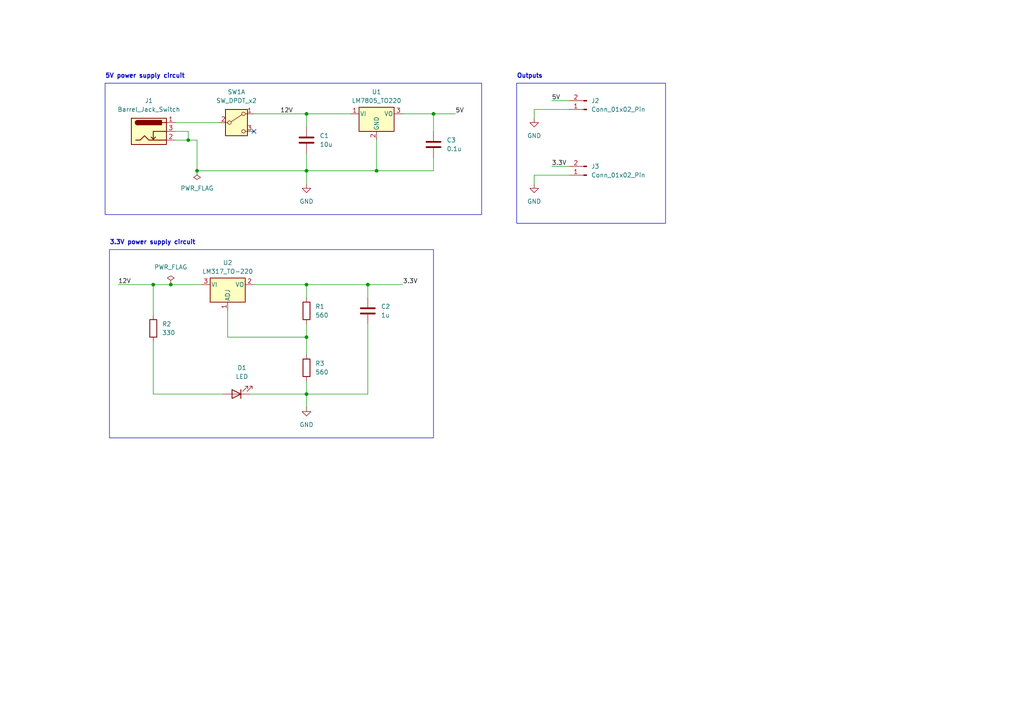
<source format=kicad_sch>
(kicad_sch (version 20230121) (generator eeschema)
  (paper "A4")
  (title_block (title "Power Supply") (date "2024-02-03") (rev "1") (company "Salman Kabir") (comment 1 "Input Volts = 12V") (comment 2 "Output Voltage = 3.3V & 5V"))
  (lib_symbols
    (symbol "Connector:Barrel_Jack_Switch" (pin_names hide)
      (property "Reference" "J" (at 0 5.334 0))
      (property "Value" "Barrel_Jack_Switch" (at 0 -5.08 0))
      (symbol "Barrel_Jack_Switch_0_1"
        (rectangle (start -5.08 3.81) (end 5.08 -3.81) (stroke (width 0.254)) (fill (type background)))
        (arc (start -3.302 3.175) (mid -3.9343 2.54) (end -3.302 1.905) (stroke (width 0.254)))
        (arc (start -3.302 3.175) (mid -3.9343 2.54) (end -3.302 1.905) (stroke (width 0.254)) (fill (type outline)))
        (polyline (pts (xy 1.27 -2.286) (xy 1.905 -1.651)) (stroke (width 0.254)))
        (polyline (pts (xy 5.08 2.54) (xy 3.81 2.54)) (stroke (width 0.254)))
        (polyline (pts (xy 5.08 0) (xy 1.27 0) (xy 1.27 -2.286) (xy 0.635 -1.651)) (stroke (width 0.254)))
        (polyline (pts (xy -3.81 -2.54) (xy -2.54 -2.54) (xy -1.27 -1.27) (xy 0 -2.54) (xy 2.54 -2.54) (xy 5.08 -2.54)) (stroke (width 0.254)))
        (rectangle (start 3.683 3.175) (end -3.302 1.905) (stroke (width 0.254)) (fill (type outline)))
      )
      (symbol "Barrel_Jack_Switch_1_1"
        (pin passive line (at 7.62 2.54 180) (length 2.54) (name "~") (number "1"))
        (pin passive line (at 7.62 -2.54 180) (length 2.54) (name "~") (number "2"))
        (pin passive line (at 7.62 0 180) (length 2.54) (name "~") (number "3"))
      )
    )
    (symbol "Connector:Conn_01x02_Pin" (pin_names (offset 1.016) hide)
      (property "Reference" "J" (at 0 2.54 0))
      (property "Value" "Conn_01x02_Pin" (at 0 -5.08 0))
      (symbol "Conn_01x02_Pin_1_1"
        (polyline (pts (xy 1.27 -2.54) (xy 0.8636 -2.54)) (stroke (width 0.1524)))
        (polyline (pts (xy 1.27 0) (xy 0.8636 0)) (stroke (width 0.1524)))
        (rectangle (start 0.8636 -2.413) (end 0 -2.667) (stroke (width 0.1524)) (fill (type outline)))
        (rectangle (start 0.8636 0.127) (end 0 -0.127) (stroke (width 0.1524)) (fill (type outline)))
        (pin passive line (at 5.08 0 180) (length 3.81) (name "Pin_1") (number "1"))
        (pin passive line (at 5.08 -2.54 180) (length 3.81) (name "Pin_2") (number "2"))
      )
    )
    (symbol "Device:C" (pin_numbers hide) (pin_names (offset 0.254))
      (property "Reference" "C" (at 0.635 2.54 0))
      (property "Value" "C" (at 0.635 -2.54 0))
      (symbol "C_0_1"
        (polyline (pts (xy -2.032 -0.762) (xy 2.032 -0.762)) (stroke (width 0.508)))
        (polyline (pts (xy -2.032 0.762) (xy 2.032 0.762)) (stroke (width 0.508)))
      )
      (symbol "C_1_1"
        (pin passive line (at 0 3.81 270) (length 2.794) (name "~") (number "1"))
        (pin passive line (at 0 -3.81 90) (length 2.794) (name "~") (number "2"))
      )
    )
    (symbol "Device:LED" (pin_numbers hide) (pin_names (offset 1.016) hide)
      (property "Reference" "D" (at 0 2.54 0))
      (property "Value" "LED" (at 0 -2.54 0))
      (symbol "LED_0_1"
        (polyline (pts (xy -1.27 -1.27) (xy -1.27 1.27)) (stroke (width 0.254)))
        (polyline (pts (xy -1.27 0) (xy 1.27 0)))
        (polyline (pts (xy 1.27 -1.27) (xy 1.27 1.27) (xy -1.27 0) (xy 1.27 -1.27)) (stroke (width 0.254)))
        (polyline (pts (xy -3.048 -0.762) (xy -4.572 -2.286) (xy -3.81 -2.286) (xy -4.572 -2.286) (xy -4.572 -1.524)))
        (polyline (pts (xy -1.778 -0.762) (xy -3.302 -2.286) (xy -2.54 -2.286) (xy -3.302 -2.286) (xy -3.302 -1.524)))
      )
      (symbol "LED_1_1"
        (pin passive line (at -3.81 0 0) (length 2.54) (name "K") (number "1"))
        (pin passive line (at 3.81 0 180) (length 2.54) (name "A") (number "2"))
      )
    )
    (symbol "Device:R" (pin_numbers hide) (pin_names (offset 0))
      (property "Reference" "R" (at 2.032 0 90))
      (property "Value" "R" (at 0 0 90))
      (symbol "R_0_1"
        (rectangle (start -1.016 -2.54) (end 1.016 2.54) (stroke (width 0.254)))
      )
      (symbol "R_1_1"
        (pin passive line (at 0 3.81 270) (length 1.27) (name "~") (number "1"))
        (pin passive line (at 0 -3.81 90) (length 1.27) (name "~") (number "2"))
      )
    )
    (symbol "Regulator_Linear:LM317_TO-220" (pin_names (offset 0.254))
      (property "Reference" "U" (at -3.81 3.175 0))
      (property "Value" "LM317_TO-220" (at 0 3.175 0))
      (symbol "LM317_TO-220_0_1"
        (rectangle (start -5.08 1.905) (end 5.08 -5.08) (stroke (width 0.254)) (fill (type background)))
      )
      (symbol "LM317_TO-220_1_1"
        (pin input line (at 0 -7.62 90) (length 2.54) (name "ADJ") (number "1"))
        (pin power_out line (at 7.62 0 180) (length 2.54) (name "VO") (number "2"))
        (pin power_in line (at -7.62 0 0) (length 2.54) (name "VI") (number "3"))
      )
    )
    (symbol "Regulator_Linear:LM7805_TO220" (pin_names (offset 0.254))
      (property "Reference" "U" (at -3.81 3.175 0))
      (property "Value" "LM7805_TO220" (at 0 3.175 0))
      (symbol "LM7805_TO220_0_1"
        (rectangle (start -5.08 1.905) (end 5.08 -5.08) (stroke (width 0.254)) (fill (type background)))
      )
      (symbol "LM7805_TO220_1_1"
        (pin power_in line (at -7.62 0 0) (length 2.54) (name "VI") (number "1"))
        (pin power_in line (at 0 -7.62 90) (length 2.54) (name "GND") (number "2"))
        (pin power_out line (at 7.62 0 180) (length 2.54) (name "VO") (number "3"))
      )
    )
    (symbol "Switch:SW_DPDT_x2" (pin_names (offset 0) hide)
      (property "Reference" "SW" (at 0 5.08 0))
      (property "Value" "SW_DPDT_x2" (at 0 -5.08 0))
      (symbol "SW_DPDT_x2_0_0"
        (circle (center -2.032 0) (radius 0.508))
        (circle (center 2.032 -2.54) (radius 0.508))
      )
      (symbol "SW_DPDT_x2_0_1"
        (rectangle (start -3.175 3.81) (end 3.175 -3.81) (stroke (width 0.254)) (fill (type background)))
        (polyline (pts (xy -1.524 0.254) (xy 1.5748 2.286)))
        (circle (center 2.032 2.54) (radius 0.508))
      )
      (symbol "SW_DPDT_x2_1_1"
        (pin passive line (at 5.08 2.54 180) (length 2.54) (name "A") (number "1"))
        (pin passive line (at -5.08 0 0) (length 2.54) (name "B") (number "2"))
        (pin passive line (at 5.08 -2.54 180) (length 2.54) (name "C") (number "3"))
      )
      (symbol "SW_DPDT_x2_2_1"
        (pin passive line (at 5.08 2.54 180) (length 2.54) (name "A") (number "4"))
        (pin passive line (at -5.08 0 0) (length 2.54) (name "B") (number "5"))
        (pin passive line (at 5.08 -2.54 180) (length 2.54) (name "C") (number "6"))
      )
    )
    (symbol "power:GND" (power) (pin_names (offset 0))
      (property "Value" "GND" (at 0 -3.81 0))
      (symbol "GND_0_1"
        (polyline (pts (xy 0 0) (xy 0 -1.27) (xy 1.27 -1.27) (xy 0 -2.54) (xy -1.27 -1.27) (xy 0 -1.27)))
      )
      (symbol "GND_1_1"
        (pin power_in line (at 0 0 270) (length 0) hide (name "GND") (number "1"))
      )
    )
    (symbol "power:PWR_FLAG" (power) (pin_numbers hide) (pin_names (offset 0) hide)
      (property "Value" "PWR_FLAG" (at 0 3.81 0))
      (symbol "PWR_FLAG_0_0"
        (pin power_out line (at 0 0 90) (length 0) (name "pwr") (number "1"))
      )
      (symbol "PWR_FLAG_0_1"
        (polyline (pts (xy 0 0) (xy 0 1.27) (xy -1.016 1.905) (xy 0 2.54) (xy 1.016 1.905) (xy 0 1.27)))
      )
    )
  )
  (junction (at 88.9 97.79))
  (junction (at 88.9 114.3))
  (junction (at 54.61 40.64))
  (junction (at 44.45 82.55))
  (junction (at 88.9 49.53))
  (junction (at 106.68 82.55))
  (junction (at 88.9 82.55))
  (junction (at 88.9 33.02))
  (junction (at 125.73 33.02))
  (junction (at 49.53 82.55))
  (junction (at 109.22 49.53))
  (junction (at 57.15 49.53))
  (no_connect (at 73.66 38.1))
  (wire (pts (xy 54.61 38.1) (xy 54.61 40.64)))
  (wire (pts (xy 109.22 40.64) (xy 109.22 49.53)))
  (wire (pts (xy 106.68 114.3) (xy 88.9 114.3)))
  (wire (pts (xy 73.66 33.02) (xy 88.9 33.02)))
  (wire (pts (xy 88.9 93.98) (xy 88.9 97.79)))
  (wire (pts (xy 57.15 40.64) (xy 57.15 49.53)))
  (wire (pts (xy 106.68 93.98) (xy 106.68 114.3)))
  (wire (pts (xy 50.8 35.56) (xy 63.5 35.56)))
  (wire (pts (xy 125.73 45.72) (xy 125.73 49.53)))
  (wire (pts (xy 154.94 50.8) (xy 154.94 53.34)))
  (wire (pts (xy 44.45 114.3) (xy 64.77 114.3)))
  (wire (pts (xy 88.9 33.02) (xy 101.6 33.02)))
  (wire (pts (xy 125.73 33.02) (xy 132.08 33.02)))
  (wire (pts (xy 106.68 82.55) (xy 106.68 86.36)))
  (wire (pts (xy 88.9 44.45) (xy 88.9 49.53)))
  (wire (pts (xy 106.68 82.55) (xy 116.84 82.55)))
  (wire (pts (xy 44.45 99.06) (xy 44.45 114.3)))
  (wire (pts (xy 66.04 97.79) (xy 88.9 97.79)))
  (wire (pts (xy 165.1 50.8) (xy 154.94 50.8)))
  (wire (pts (xy 72.39 114.3) (xy 88.9 114.3)))
  (wire (pts (xy 88.9 49.53) (xy 109.22 49.53)))
  (wire (pts (xy 125.73 38.1) (xy 125.73 33.02)))
  (wire (pts (xy 54.61 40.64) (xy 57.15 40.64)))
  (wire (pts (xy 88.9 49.53) (xy 88.9 53.34)))
  (wire (pts (xy 88.9 114.3) (xy 88.9 110.49)))
  (wire (pts (xy 88.9 114.3) (xy 88.9 118.11)))
  (wire (pts (xy 154.94 31.75) (xy 154.94 34.29)))
  (wire (pts (xy 109.22 49.53) (xy 125.73 49.53)))
  (wire (pts (xy 50.8 40.64) (xy 54.61 40.64)))
  (wire (pts (xy 44.45 82.55) (xy 44.45 91.44)))
  (wire (pts (xy 73.66 82.55) (xy 88.9 82.55)))
  (wire (pts (xy 49.53 82.55) (xy 44.45 82.55)))
  (wire (pts (xy 160.02 29.21) (xy 165.1 29.21)))
  (wire (pts (xy 66.04 90.17) (xy 66.04 97.79)))
  (wire (pts (xy 34.29 82.55) (xy 44.45 82.55)))
  (wire (pts (xy 88.9 33.02) (xy 88.9 36.83)))
  (wire (pts (xy 88.9 97.79) (xy 88.9 102.87)))
  (wire (pts (xy 116.84 33.02) (xy 125.73 33.02)))
  (wire (pts (xy 50.8 38.1) (xy 54.61 38.1)))
  (wire (pts (xy 88.9 82.55) (xy 106.68 82.55)))
  (wire (pts (xy 165.1 31.75) (xy 154.94 31.75)))
  (wire (pts (xy 58.42 82.55) (xy 49.53 82.55)))
  (wire (pts (xy 165.1 48.26) (xy 160.02 48.26)))
  (wire (pts (xy 88.9 82.55) (xy 88.9 86.36)))
  (wire (pts (xy 57.15 49.53) (xy 88.9 49.53)))
  (rectangle (start 149.86 24.13) (end 193.04 64.77))
  (rectangle (start 30.48 24.13) (end 139.7 62.23))
  (rectangle (start 31.75 72.39) (end 125.73 127))
  (text "Outputs" (at 149.86 22.86 0) (effects (font (size 1.27 1.27) bold) (justify left bottom)))
  (text "5V power supply circuit" (at 30.48 22.86 0) (effects (font (size 1.27 1.27) bold) (justify left bottom)))
  (text "3.3V power supply circuit" (at 31.75 71.12 0) (effects (font (size 1.27 1.27) (thickness 0.254) bold) (justify left bottom)))
  (label "3.3V" (at 160.02 48.26 0))
  (label "5V" (at 160.02 29.21 0))
  (label "12V" (at 81.28 33.02 0))
  (label "3.3V" (at 116.84 82.55 0))
  (label "12V" (at 34.29 82.55 0))
  (label "5V" (at 132.08 33.02 0))
  (symbol (lib_id "power:GND") (at 88.9 53.34 0) (unit 1)
    (property "Reference" "#PWR01" (effects hide))
    (property "Value" "GND" (at 88.9 58.42 0))
  )
  (symbol (lib_id "power:GND") (at 154.94 53.34 0) (unit 1)
    (property "Reference" "#PWR04" (effects hide))
    (property "Value" "GND" (at 154.94 58.42 0))
  )
  (symbol (lib_id "Regulator_Linear:LM7805_TO220") (at 109.22 33.02 0) (unit 1)
    (property "Reference" "U1" (at 109.22 26.67 0))
    (property "Value" "LM7805_TO220" (at 109.22 29.21 0))
    (property "Footprint" "Package_TO_SOT_THT:TO-220-3_Vertical" (effects hide))
    (property "Datasheet" "https://www.onsemi.cn/PowerSolutions/document/MC7800-D.PDF" (effects hide))
  )
  (symbol (lib_id "Device:LED") (at 68.58 114.3 180) (unit 1)
    (property "Reference" "D1" (at 70.1675 106.68 0))
    (property "Value" "LED" (at 70.1675 109.22 0))
    (property "Footprint" "LED_THT:LED_D5.0mm" (effects hide))
  )
  (symbol (lib_id "power:PWR_FLAG") (at 49.53 82.55 0) (unit 1)
    (property "Reference" "#FLG02" (effects hide))
    (property "Value" "PWR_FLAG" (at 49.53 77.47 0))
  )
  (symbol (lib_id "Regulator_Linear:LM317_TO-220") (at 66.04 82.55 0) (unit 1)
    (property "Reference" "U2" (at 66.04 76.2 0))
    (property "Value" "LM317_TO-220" (at 66.04 78.74 0))
    (property "Footprint" "Package_TO_SOT_THT:TO-220-3_Vertical" (effects hide))
    (property "Datasheet" "http://www.ti.com/lit/ds/symlink/lm317.pdf" (effects hide))
  )
  (symbol (lib_id "Connector:Conn_01x02_Pin") (at 170.18 31.75 180) (unit 1)
    (property "Reference" "J2" (at 171.45 29.21 0) (effects (justify right)))
    (property "Value" "Conn_01x02_Pin" (at 171.45 31.75 0) (effects (justify right)))
    (property "Footprint" "Connector_PinHeader_2.54mm:PinHeader_1x02_P2.54mm_Vertical" (effects hide))
  )
  (symbol (lib_id "power:GND") (at 154.94 34.29 0) (unit 1)
    (property "Reference" "#PWR03" (effects hide))
    (property "Value" "GND" (at 154.94 39.37 0))
  )
  (symbol (lib_id "Device:C") (at 125.73 41.91 0) (unit 1)
    (property "Reference" "C3" (at 129.54 40.64 0) (effects (justify left)))
    (property "Value" "0.1u" (at 129.54 43.18 0) (effects (justify left)))
    (property "Footprint" "Capacitor_THT:C_Disc_D3.0mm_W1.6mm_P2.50mm" (effects hide))
  )
  (symbol (lib_id "Device:R") (at 88.9 90.17 180) (unit 1)
    (property "Reference" "R1" (at 91.44 88.9 0) (effects (justify right)))
    (property "Value" "560" (at 91.44 91.44 0) (effects (justify right)))
    (property "Footprint" "Resistor_THT:R_Axial_DIN0204_L3.6mm_D1.6mm_P7.62mm_Horizontal" (effects hide))
  )
  (symbol (lib_id "Connector:Barrel_Jack_Switch") (at 43.18 38.1 0) (unit 1)
    (property "Reference" "J1" (at 43.18 29.21 0))
    (property "Value" "Barrel_Jack_Switch" (at 43.18 31.75 0))
    (property "Footprint" "Connector_BarrelJack:BarrelJack_Horizontal" (effects hide))
  )
  (symbol (lib_id "Device:C") (at 106.68 90.17 0) (unit 1)
    (property "Reference" "C2" (at 110.49 88.9 0) (effects (justify left)))
    (property "Value" "1u" (at 110.49 91.44 0) (effects (justify left)))
    (property "Footprint" "Capacitor_THT:C_Disc_D3.0mm_W1.6mm_P2.50mm" (effects hide))
  )
  (symbol (lib_id "power:PWR_FLAG") (at 57.15 49.53 180) (unit 1)
    (property "Reference" "#FLG01" (effects hide))
    (property "Value" "PWR_FLAG" (at 57.15 54.61 0))
  )
  (symbol (lib_id "Device:R") (at 44.45 95.25 180) (unit 1)
    (property "Reference" "R2" (at 46.99 93.98 0) (effects (justify right)))
    (property "Value" "330" (at 46.99 96.52 0) (effects (justify right)))
    (property "Footprint" "Resistor_THT:R_Axial_DIN0204_L3.6mm_D1.6mm_P7.62mm_Horizontal" (effects hide))
  )
  (symbol (lib_id "Switch:SW_DPDT_x2") (at 68.58 35.56 0) (unit 1)
    (property "Reference" "SW1" (at 68.58 26.67 0))
    (property "Value" "SW_DPDT_x2" (at 68.58 29.21 0))
    (property "Footprint" "Button_Switch_THT:SW_CuK_JS202011CQN_DPDT_Straight" (effects hide))
  )
  (symbol (lib_id "power:GND") (at 88.9 118.11 0) (unit 1)
    (property "Reference" "#PWR02" (effects hide))
    (property "Value" "GND" (at 88.9 123.19 0))
  )
  (symbol (lib_id "Connector:Conn_01x02_Pin") (at 170.18 50.8 180) (unit 1)
    (property "Reference" "J3" (at 171.45 48.26 0) (effects (justify right)))
    (property "Value" "Conn_01x02_Pin" (at 171.45 50.8 0) (effects (justify right)))
    (property "Footprint" "Connector_PinHeader_2.54mm:PinHeader_1x02_P2.54mm_Vertical" (effects hide))
  )
  (symbol (lib_id "Device:R") (at 88.9 106.68 180) (unit 1)
    (property "Reference" "R3" (at 91.44 105.41 0) (effects (justify right)))
    (property "Value" "560" (at 91.44 107.95 0) (effects (justify right)))
    (property "Footprint" "Resistor_THT:R_Axial_DIN0204_L3.6mm_D1.6mm_P7.62mm_Horizontal" (effects hide))
  )
  (symbol (lib_id "Device:C") (at 88.9 40.64 0) (unit 1)
    (property "Reference" "C1" (at 92.71 39.37 0) (effects (justify left)))
    (property "Value" "10u" (at 92.71 41.91 0) (effects (justify left)))
    (property "Footprint" "Capacitor_THT:C_Disc_D3.0mm_W1.6mm_P2.50mm" (effects hide))
  )
)
</source>
